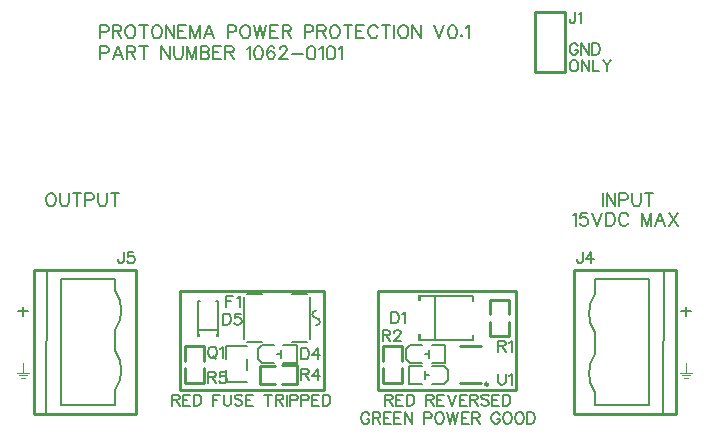
<source format=gto>
G04 Layer: TopSilkscreenLayer*
G04 Panelize: , Column: 2, Row: 2, Board Size: 58.42mm x 58.42mm, Panelized Board Size: 118.84mm x 118.84mm*
G04 EasyEDA v6.5.34, 2023-08-01 23:33:27*
G04 e813da22b39b4b048ad4b72b4fcfa076,5a6b42c53f6a479593ecc07194224c93,10*
G04 Gerber Generator version 0.2*
G04 Scale: 100 percent, Rotated: No, Reflected: No *
G04 Dimensions in millimeters *
G04 leading zeros omitted , absolute positions ,4 integer and 5 decimal *
%FSLAX45Y45*%
%MOMM*%

%ADD10C,0.1524*%
%ADD11C,0.2540*%
%ADD12C,0.1500*%
%ADD13C,0.1520*%
%ADD14C,0.1270*%
%ADD15C,0.0117*%

%LPD*%
G36*
X5723382Y2744978D02*
G01*
X5723382Y2657856D01*
X5670804Y2657856D01*
X5670804Y2649728D01*
X5784596Y2649728D01*
X5784596Y2657856D01*
X5732018Y2657856D01*
X5732018Y2744978D01*
G37*
G36*
X5690362Y2636266D02*
G01*
X5690362Y2628138D01*
X5765038Y2628138D01*
X5765038Y2636266D01*
G37*
G36*
X5708142Y2614422D02*
G01*
X5708142Y2606802D01*
X5747258Y2606802D01*
X5747258Y2614422D01*
G37*
G36*
X109982Y2744978D02*
G01*
X109982Y2657856D01*
X57404Y2657856D01*
X57404Y2649728D01*
X171196Y2649728D01*
X171196Y2657856D01*
X118618Y2657856D01*
X118618Y2744978D01*
G37*
G36*
X76962Y2636266D02*
G01*
X76962Y2628138D01*
X151638Y2628138D01*
X151638Y2636266D01*
G37*
G36*
X94742Y2614422D02*
G01*
X94742Y2606802D01*
X133858Y2606802D01*
X133858Y2614422D01*
G37*
D10*
X762000Y5423915D02*
G01*
X762000Y5314950D01*
X762000Y5423915D02*
G01*
X808736Y5423915D01*
X824229Y5418836D01*
X829563Y5413502D01*
X834644Y5403087D01*
X834644Y5387594D01*
X829563Y5377179D01*
X824229Y5372100D01*
X808736Y5366765D01*
X762000Y5366765D01*
X910589Y5423915D02*
G01*
X868934Y5314950D01*
X910589Y5423915D02*
G01*
X952245Y5314950D01*
X884681Y5351271D02*
G01*
X936497Y5351271D01*
X986536Y5423915D02*
G01*
X986536Y5314950D01*
X986536Y5423915D02*
G01*
X1033271Y5423915D01*
X1048765Y5418836D01*
X1054100Y5413502D01*
X1059179Y5403087D01*
X1059179Y5392673D01*
X1054100Y5382260D01*
X1048765Y5377179D01*
X1033271Y5372100D01*
X986536Y5372100D01*
X1022857Y5372100D02*
G01*
X1059179Y5314950D01*
X1129792Y5423915D02*
G01*
X1129792Y5314950D01*
X1093470Y5423915D02*
G01*
X1166113Y5423915D01*
X1280413Y5423915D02*
G01*
X1280413Y5314950D01*
X1280413Y5423915D02*
G01*
X1353312Y5314950D01*
X1353312Y5423915D02*
G01*
X1353312Y5314950D01*
X1387602Y5423915D02*
G01*
X1387602Y5345937D01*
X1392681Y5330444D01*
X1403095Y5320029D01*
X1418589Y5314950D01*
X1429004Y5314950D01*
X1444752Y5320029D01*
X1455165Y5330444D01*
X1460245Y5345937D01*
X1460245Y5423915D01*
X1494536Y5423915D02*
G01*
X1494536Y5314950D01*
X1494536Y5423915D02*
G01*
X1536192Y5314950D01*
X1577594Y5423915D02*
G01*
X1536192Y5314950D01*
X1577594Y5423915D02*
G01*
X1577594Y5314950D01*
X1611884Y5423915D02*
G01*
X1611884Y5314950D01*
X1611884Y5423915D02*
G01*
X1658620Y5423915D01*
X1674368Y5418836D01*
X1679447Y5413502D01*
X1684781Y5403087D01*
X1684781Y5392673D01*
X1679447Y5382260D01*
X1674368Y5377179D01*
X1658620Y5372100D01*
X1611884Y5372100D02*
G01*
X1658620Y5372100D01*
X1674368Y5366765D01*
X1679447Y5361686D01*
X1684781Y5351271D01*
X1684781Y5335523D01*
X1679447Y5325110D01*
X1674368Y5320029D01*
X1658620Y5314950D01*
X1611884Y5314950D01*
X1719071Y5423915D02*
G01*
X1719071Y5314950D01*
X1719071Y5423915D02*
G01*
X1786636Y5423915D01*
X1719071Y5372100D02*
G01*
X1760473Y5372100D01*
X1719071Y5314950D02*
G01*
X1786636Y5314950D01*
X1820926Y5423915D02*
G01*
X1820926Y5314950D01*
X1820926Y5423915D02*
G01*
X1867662Y5423915D01*
X1883155Y5418836D01*
X1888489Y5413502D01*
X1893570Y5403087D01*
X1893570Y5392673D01*
X1888489Y5382260D01*
X1883155Y5377179D01*
X1867662Y5372100D01*
X1820926Y5372100D01*
X1857247Y5372100D02*
G01*
X1893570Y5314950D01*
X2007870Y5403087D02*
G01*
X2018284Y5408421D01*
X2033777Y5423915D01*
X2033777Y5314950D01*
X2099309Y5423915D02*
G01*
X2083815Y5418836D01*
X2073402Y5403087D01*
X2068068Y5377179D01*
X2068068Y5361686D01*
X2073402Y5335523D01*
X2083815Y5320029D01*
X2099309Y5314950D01*
X2109724Y5314950D01*
X2125218Y5320029D01*
X2135631Y5335523D01*
X2140965Y5361686D01*
X2140965Y5377179D01*
X2135631Y5403087D01*
X2125218Y5418836D01*
X2109724Y5423915D01*
X2099309Y5423915D01*
X2237486Y5408421D02*
G01*
X2232406Y5418836D01*
X2216658Y5423915D01*
X2206243Y5423915D01*
X2190750Y5418836D01*
X2180336Y5403087D01*
X2175256Y5377179D01*
X2175256Y5351271D01*
X2180336Y5330444D01*
X2190750Y5320029D01*
X2206243Y5314950D01*
X2211577Y5314950D01*
X2227072Y5320029D01*
X2237486Y5330444D01*
X2242820Y5345937D01*
X2242820Y5351271D01*
X2237486Y5366765D01*
X2227072Y5377179D01*
X2211577Y5382260D01*
X2206243Y5382260D01*
X2190750Y5377179D01*
X2180336Y5366765D01*
X2175256Y5351271D01*
X2282190Y5398007D02*
G01*
X2282190Y5403087D01*
X2287270Y5413502D01*
X2292604Y5418836D01*
X2303018Y5423915D01*
X2323845Y5423915D01*
X2334259Y5418836D01*
X2339340Y5413502D01*
X2344420Y5403087D01*
X2344420Y5392673D01*
X2339340Y5382260D01*
X2328925Y5366765D01*
X2277109Y5314950D01*
X2349754Y5314950D01*
X2384043Y5361686D02*
G01*
X2477515Y5361686D01*
X2543047Y5423915D02*
G01*
X2527300Y5418836D01*
X2517140Y5403087D01*
X2511806Y5377179D01*
X2511806Y5361686D01*
X2517140Y5335523D01*
X2527300Y5320029D01*
X2543047Y5314950D01*
X2553461Y5314950D01*
X2568956Y5320029D01*
X2579370Y5335523D01*
X2584450Y5361686D01*
X2584450Y5377179D01*
X2579370Y5403087D01*
X2568956Y5418836D01*
X2553461Y5423915D01*
X2543047Y5423915D01*
X2618740Y5403087D02*
G01*
X2629154Y5408421D01*
X2644902Y5423915D01*
X2644902Y5314950D01*
X2710179Y5423915D02*
G01*
X2694686Y5418836D01*
X2684272Y5403087D01*
X2679191Y5377179D01*
X2679191Y5361686D01*
X2684272Y5335523D01*
X2694686Y5320029D01*
X2710179Y5314950D01*
X2720593Y5314950D01*
X2736341Y5320029D01*
X2746756Y5335523D01*
X2751836Y5361686D01*
X2751836Y5377179D01*
X2746756Y5403087D01*
X2736341Y5418836D01*
X2720593Y5423915D01*
X2710179Y5423915D01*
X2786125Y5403087D02*
G01*
X2796540Y5408421D01*
X2812034Y5423915D01*
X2812034Y5314950D01*
X762000Y5601715D02*
G01*
X762000Y5492750D01*
X762000Y5601715D02*
G01*
X808736Y5601715D01*
X824229Y5596636D01*
X829563Y5591302D01*
X834644Y5580887D01*
X834644Y5565394D01*
X829563Y5554979D01*
X824229Y5549900D01*
X808736Y5544565D01*
X762000Y5544565D01*
X868934Y5601715D02*
G01*
X868934Y5492750D01*
X868934Y5601715D02*
G01*
X915670Y5601715D01*
X931418Y5596636D01*
X936497Y5591302D01*
X941831Y5580887D01*
X941831Y5570473D01*
X936497Y5560060D01*
X931418Y5554979D01*
X915670Y5549900D01*
X868934Y5549900D01*
X905510Y5549900D02*
G01*
X941831Y5492750D01*
X1007110Y5601715D02*
G01*
X996950Y5596636D01*
X986536Y5586221D01*
X981202Y5575807D01*
X976121Y5560060D01*
X976121Y5534152D01*
X981202Y5518657D01*
X986536Y5508244D01*
X996950Y5497829D01*
X1007110Y5492750D01*
X1027937Y5492750D01*
X1038352Y5497829D01*
X1048765Y5508244D01*
X1054100Y5518657D01*
X1059179Y5534152D01*
X1059179Y5560060D01*
X1054100Y5575807D01*
X1048765Y5586221D01*
X1038352Y5596636D01*
X1027937Y5601715D01*
X1007110Y5601715D01*
X1129792Y5601715D02*
G01*
X1129792Y5492750D01*
X1093470Y5601715D02*
G01*
X1166113Y5601715D01*
X1231645Y5601715D02*
G01*
X1221231Y5596636D01*
X1210818Y5586221D01*
X1205737Y5575807D01*
X1200404Y5560060D01*
X1200404Y5534152D01*
X1205737Y5518657D01*
X1210818Y5508244D01*
X1221231Y5497829D01*
X1231645Y5492750D01*
X1252473Y5492750D01*
X1262887Y5497829D01*
X1273302Y5508244D01*
X1278381Y5518657D01*
X1283715Y5534152D01*
X1283715Y5560060D01*
X1278381Y5575807D01*
X1273302Y5586221D01*
X1262887Y5596636D01*
X1252473Y5601715D01*
X1231645Y5601715D01*
X1318005Y5601715D02*
G01*
X1318005Y5492750D01*
X1318005Y5601715D02*
G01*
X1390650Y5492750D01*
X1390650Y5601715D02*
G01*
X1390650Y5492750D01*
X1424939Y5601715D02*
G01*
X1424939Y5492750D01*
X1424939Y5601715D02*
G01*
X1492504Y5601715D01*
X1424939Y5549900D02*
G01*
X1466595Y5549900D01*
X1424939Y5492750D02*
G01*
X1492504Y5492750D01*
X1526794Y5601715D02*
G01*
X1526794Y5492750D01*
X1526794Y5601715D02*
G01*
X1568450Y5492750D01*
X1609852Y5601715D02*
G01*
X1568450Y5492750D01*
X1609852Y5601715D02*
G01*
X1609852Y5492750D01*
X1685797Y5601715D02*
G01*
X1644142Y5492750D01*
X1685797Y5601715D02*
G01*
X1727200Y5492750D01*
X1659889Y5529071D02*
G01*
X1711705Y5529071D01*
X1841500Y5601715D02*
G01*
X1841500Y5492750D01*
X1841500Y5601715D02*
G01*
X1888489Y5601715D01*
X1903984Y5596636D01*
X1909063Y5591302D01*
X1914397Y5580887D01*
X1914397Y5565394D01*
X1909063Y5554979D01*
X1903984Y5549900D01*
X1888489Y5544565D01*
X1841500Y5544565D01*
X1979929Y5601715D02*
G01*
X1969515Y5596636D01*
X1959102Y5586221D01*
X1953768Y5575807D01*
X1948688Y5560060D01*
X1948688Y5534152D01*
X1953768Y5518657D01*
X1959102Y5508244D01*
X1969515Y5497829D01*
X1979929Y5492750D01*
X2000504Y5492750D01*
X2010918Y5497829D01*
X2021331Y5508244D01*
X2026665Y5518657D01*
X2031745Y5534152D01*
X2031745Y5560060D01*
X2026665Y5575807D01*
X2021331Y5586221D01*
X2010918Y5596636D01*
X2000504Y5601715D01*
X1979929Y5601715D01*
X2066036Y5601715D02*
G01*
X2091943Y5492750D01*
X2118106Y5601715D02*
G01*
X2091943Y5492750D01*
X2118106Y5601715D02*
G01*
X2144013Y5492750D01*
X2169922Y5601715D02*
G01*
X2144013Y5492750D01*
X2204211Y5601715D02*
G01*
X2204211Y5492750D01*
X2204211Y5601715D02*
G01*
X2271775Y5601715D01*
X2204211Y5549900D02*
G01*
X2245868Y5549900D01*
X2204211Y5492750D02*
G01*
X2271775Y5492750D01*
X2306065Y5601715D02*
G01*
X2306065Y5492750D01*
X2306065Y5601715D02*
G01*
X2352802Y5601715D01*
X2368550Y5596636D01*
X2373629Y5591302D01*
X2378709Y5580887D01*
X2378709Y5570473D01*
X2373629Y5560060D01*
X2368550Y5554979D01*
X2352802Y5549900D01*
X2306065Y5549900D01*
X2342388Y5549900D02*
G01*
X2378709Y5492750D01*
X2493009Y5601715D02*
G01*
X2493009Y5492750D01*
X2493009Y5601715D02*
G01*
X2540000Y5601715D01*
X2555493Y5596636D01*
X2560574Y5591302D01*
X2565908Y5580887D01*
X2565908Y5565394D01*
X2560574Y5554979D01*
X2555493Y5549900D01*
X2540000Y5544565D01*
X2493009Y5544565D01*
X2600197Y5601715D02*
G01*
X2600197Y5492750D01*
X2600197Y5601715D02*
G01*
X2646934Y5601715D01*
X2662427Y5596636D01*
X2667761Y5591302D01*
X2672841Y5580887D01*
X2672841Y5570473D01*
X2667761Y5560060D01*
X2662427Y5554979D01*
X2646934Y5549900D01*
X2600197Y5549900D01*
X2636520Y5549900D02*
G01*
X2672841Y5492750D01*
X2738374Y5601715D02*
G01*
X2727959Y5596636D01*
X2717545Y5586221D01*
X2712465Y5575807D01*
X2707131Y5560060D01*
X2707131Y5534152D01*
X2712465Y5518657D01*
X2717545Y5508244D01*
X2727959Y5497829D01*
X2738374Y5492750D01*
X2759202Y5492750D01*
X2769615Y5497829D01*
X2780029Y5508244D01*
X2785109Y5518657D01*
X2790190Y5534152D01*
X2790190Y5560060D01*
X2785109Y5575807D01*
X2780029Y5586221D01*
X2769615Y5596636D01*
X2759202Y5601715D01*
X2738374Y5601715D01*
X2861056Y5601715D02*
G01*
X2861056Y5492750D01*
X2824479Y5601715D02*
G01*
X2897377Y5601715D01*
X2931668Y5601715D02*
G01*
X2931668Y5492750D01*
X2931668Y5601715D02*
G01*
X2999231Y5601715D01*
X2931668Y5549900D02*
G01*
X2973070Y5549900D01*
X2931668Y5492750D02*
G01*
X2999231Y5492750D01*
X3111500Y5575807D02*
G01*
X3106165Y5586221D01*
X3095752Y5596636D01*
X3085338Y5601715D01*
X3064509Y5601715D01*
X3054350Y5596636D01*
X3043936Y5586221D01*
X3038602Y5575807D01*
X3033522Y5560060D01*
X3033522Y5534152D01*
X3038602Y5518657D01*
X3043936Y5508244D01*
X3054350Y5497829D01*
X3064509Y5492750D01*
X3085338Y5492750D01*
X3095752Y5497829D01*
X3106165Y5508244D01*
X3111500Y5518657D01*
X3182111Y5601715D02*
G01*
X3182111Y5492750D01*
X3145790Y5601715D02*
G01*
X3218434Y5601715D01*
X3252724Y5601715D02*
G01*
X3252724Y5492750D01*
X3318256Y5601715D02*
G01*
X3307841Y5596636D01*
X3297427Y5586221D01*
X3292093Y5575807D01*
X3287013Y5560060D01*
X3287013Y5534152D01*
X3292093Y5518657D01*
X3297427Y5508244D01*
X3307841Y5497829D01*
X3318256Y5492750D01*
X3338829Y5492750D01*
X3349243Y5497829D01*
X3359658Y5508244D01*
X3364991Y5518657D01*
X3370072Y5534152D01*
X3370072Y5560060D01*
X3364991Y5575807D01*
X3359658Y5586221D01*
X3349243Y5596636D01*
X3338829Y5601715D01*
X3318256Y5601715D01*
X3404361Y5601715D02*
G01*
X3404361Y5492750D01*
X3404361Y5601715D02*
G01*
X3477259Y5492750D01*
X3477259Y5601715D02*
G01*
X3477259Y5492750D01*
X3591559Y5601715D02*
G01*
X3632961Y5492750D01*
X3674618Y5601715D02*
G01*
X3632961Y5492750D01*
X3740150Y5601715D02*
G01*
X3724402Y5596636D01*
X3713988Y5580887D01*
X3708908Y5554979D01*
X3708908Y5539486D01*
X3713988Y5513323D01*
X3724402Y5497829D01*
X3740150Y5492750D01*
X3750309Y5492750D01*
X3766058Y5497829D01*
X3776472Y5513323D01*
X3781552Y5539486D01*
X3781552Y5554979D01*
X3776472Y5580887D01*
X3766058Y5596636D01*
X3750309Y5601715D01*
X3740150Y5601715D01*
X3821175Y5518657D02*
G01*
X3815841Y5513323D01*
X3821175Y5508244D01*
X3826256Y5513323D01*
X3821175Y5518657D01*
X3860545Y5580887D02*
G01*
X3870959Y5586221D01*
X3886454Y5601715D01*
X3886454Y5492750D01*
X4782565Y5714237D02*
G01*
X4782565Y5641594D01*
X4777993Y5627878D01*
X4773422Y5623305D01*
X4764277Y5618734D01*
X4755388Y5618734D01*
X4746243Y5623305D01*
X4741672Y5627878D01*
X4737100Y5641594D01*
X4737100Y5650737D01*
X4812538Y5696204D02*
G01*
X4821681Y5700776D01*
X4835397Y5714237D01*
X4835397Y5618734D01*
X4805172Y5424931D02*
G01*
X4800854Y5434076D01*
X4791709Y5442965D01*
X4782565Y5447537D01*
X4764277Y5447537D01*
X4755388Y5442965D01*
X4746243Y5434076D01*
X4741672Y5424931D01*
X4737100Y5411215D01*
X4737100Y5388610D01*
X4741672Y5374894D01*
X4746243Y5365750D01*
X4755388Y5356605D01*
X4764277Y5352034D01*
X4782565Y5352034D01*
X4791709Y5356605D01*
X4800854Y5365750D01*
X4805172Y5374894D01*
X4805172Y5388610D01*
X4782565Y5388610D02*
G01*
X4805172Y5388610D01*
X4835397Y5447537D02*
G01*
X4835397Y5352034D01*
X4835397Y5447537D02*
G01*
X4898897Y5352034D01*
X4898897Y5447537D02*
G01*
X4898897Y5352034D01*
X4928870Y5447537D02*
G01*
X4928870Y5352034D01*
X4928870Y5447537D02*
G01*
X4960620Y5447537D01*
X4974336Y5442965D01*
X4983479Y5434076D01*
X4988052Y5424931D01*
X4992624Y5411215D01*
X4992624Y5388610D01*
X4988052Y5374894D01*
X4983479Y5365750D01*
X4974336Y5356605D01*
X4960620Y5352034D01*
X4928870Y5352034D01*
X4764277Y5307837D02*
G01*
X4755388Y5303265D01*
X4746243Y5294376D01*
X4741672Y5285231D01*
X4737100Y5271515D01*
X4737100Y5248910D01*
X4741672Y5235194D01*
X4746243Y5226050D01*
X4755388Y5216905D01*
X4764277Y5212334D01*
X4782565Y5212334D01*
X4791709Y5216905D01*
X4800854Y5226050D01*
X4805172Y5235194D01*
X4809743Y5248910D01*
X4809743Y5271515D01*
X4805172Y5285231D01*
X4800854Y5294376D01*
X4791709Y5303265D01*
X4782565Y5307837D01*
X4764277Y5307837D01*
X4839715Y5307837D02*
G01*
X4839715Y5212334D01*
X4839715Y5307837D02*
G01*
X4903470Y5212334D01*
X4903470Y5307837D02*
G01*
X4903470Y5212334D01*
X4933441Y5307837D02*
G01*
X4933441Y5212334D01*
X4933441Y5212334D02*
G01*
X4988052Y5212334D01*
X5018024Y5307837D02*
G01*
X5054345Y5262371D01*
X5054345Y5212334D01*
X5090668Y5307837D02*
G01*
X5054345Y5262371D01*
X1371566Y2474950D02*
G01*
X1371566Y2379446D01*
X1371566Y2474950D02*
G01*
X1412460Y2474950D01*
X1426176Y2470378D01*
X1430748Y2465806D01*
X1435320Y2456916D01*
X1435320Y2447772D01*
X1430748Y2438628D01*
X1426176Y2434056D01*
X1412460Y2429484D01*
X1371566Y2429484D01*
X1403316Y2429484D02*
G01*
X1435320Y2379446D01*
X1465292Y2474950D02*
G01*
X1465292Y2379446D01*
X1465292Y2474950D02*
G01*
X1524220Y2474950D01*
X1465292Y2429484D02*
G01*
X1501614Y2429484D01*
X1465292Y2379446D02*
G01*
X1524220Y2379446D01*
X1554192Y2474950D02*
G01*
X1554192Y2379446D01*
X1554192Y2474950D02*
G01*
X1586196Y2474950D01*
X1599658Y2470378D01*
X1608802Y2461488D01*
X1613374Y2452344D01*
X1617946Y2438628D01*
X1617946Y2416022D01*
X1613374Y2402306D01*
X1608802Y2393162D01*
X1599658Y2384018D01*
X1586196Y2379446D01*
X1554192Y2379446D01*
X1718022Y2474950D02*
G01*
X1718022Y2379446D01*
X1718022Y2474950D02*
G01*
X1776950Y2474950D01*
X1718022Y2429484D02*
G01*
X1754344Y2429484D01*
X1806922Y2474950D02*
G01*
X1806922Y2406878D01*
X1811494Y2393162D01*
X1820638Y2384018D01*
X1834354Y2379446D01*
X1843498Y2379446D01*
X1856960Y2384018D01*
X1866104Y2393162D01*
X1870676Y2406878D01*
X1870676Y2474950D01*
X1964402Y2461488D02*
G01*
X1955258Y2470378D01*
X1941542Y2474950D01*
X1923508Y2474950D01*
X1909792Y2470378D01*
X1900648Y2461488D01*
X1900648Y2452344D01*
X1905220Y2443200D01*
X1909792Y2438628D01*
X1918936Y2434056D01*
X1946114Y2424912D01*
X1955258Y2420594D01*
X1959830Y2416022D01*
X1964402Y2406878D01*
X1964402Y2393162D01*
X1955258Y2384018D01*
X1941542Y2379446D01*
X1923508Y2379446D01*
X1909792Y2384018D01*
X1900648Y2393162D01*
X1994374Y2474950D02*
G01*
X1994374Y2379446D01*
X1994374Y2474950D02*
G01*
X2053302Y2474950D01*
X1994374Y2429484D02*
G01*
X2030696Y2429484D01*
X1994374Y2379446D02*
G01*
X2053302Y2379446D01*
X2185128Y2474950D02*
G01*
X2185128Y2379446D01*
X2153378Y2474950D02*
G01*
X2217132Y2474950D01*
X2247104Y2474950D02*
G01*
X2247104Y2379446D01*
X2247104Y2474950D02*
G01*
X2287998Y2474950D01*
X2301460Y2470378D01*
X2306032Y2465806D01*
X2310604Y2456916D01*
X2310604Y2447772D01*
X2306032Y2438628D01*
X2301460Y2434056D01*
X2287998Y2429484D01*
X2247104Y2429484D01*
X2278854Y2429484D02*
G01*
X2310604Y2379446D01*
X2340576Y2474950D02*
G01*
X2340576Y2379446D01*
X2370548Y2474950D02*
G01*
X2370548Y2379446D01*
X2370548Y2474950D02*
G01*
X2411442Y2474950D01*
X2425158Y2470378D01*
X2429730Y2465806D01*
X2434302Y2456916D01*
X2434302Y2443200D01*
X2429730Y2434056D01*
X2425158Y2429484D01*
X2411442Y2424912D01*
X2370548Y2424912D01*
X2464274Y2474950D02*
G01*
X2464274Y2379446D01*
X2464274Y2474950D02*
G01*
X2505168Y2474950D01*
X2518884Y2470378D01*
X2523456Y2465806D01*
X2528028Y2456916D01*
X2528028Y2443200D01*
X2523456Y2434056D01*
X2518884Y2429484D01*
X2505168Y2424912D01*
X2464274Y2424912D01*
X2558000Y2474950D02*
G01*
X2558000Y2379446D01*
X2558000Y2474950D02*
G01*
X2616928Y2474950D01*
X2558000Y2429484D02*
G01*
X2594322Y2429484D01*
X2558000Y2379446D02*
G01*
X2616928Y2379446D01*
X2646900Y2474950D02*
G01*
X2646900Y2379446D01*
X2646900Y2474950D02*
G01*
X2678904Y2474950D01*
X2692366Y2470378D01*
X2701510Y2461488D01*
X2706082Y2452344D01*
X2710654Y2438628D01*
X2710654Y2416022D01*
X2706082Y2402306D01*
X2701510Y2393162D01*
X2692366Y2384018D01*
X2678904Y2379446D01*
X2646900Y2379446D01*
X3174966Y2474950D02*
G01*
X3174966Y2379446D01*
X3174966Y2474950D02*
G01*
X3215860Y2474950D01*
X3229576Y2470378D01*
X3234148Y2465806D01*
X3238720Y2456916D01*
X3238720Y2447772D01*
X3234148Y2438628D01*
X3229576Y2434056D01*
X3215860Y2429484D01*
X3174966Y2429484D01*
X3206716Y2429484D02*
G01*
X3238720Y2379446D01*
X3268692Y2474950D02*
G01*
X3268692Y2379446D01*
X3268692Y2474950D02*
G01*
X3327620Y2474950D01*
X3268692Y2429484D02*
G01*
X3305014Y2429484D01*
X3268692Y2379446D02*
G01*
X3327620Y2379446D01*
X3357592Y2474950D02*
G01*
X3357592Y2379446D01*
X3357592Y2474950D02*
G01*
X3389596Y2474950D01*
X3403058Y2470378D01*
X3412202Y2461488D01*
X3416774Y2452344D01*
X3421346Y2438628D01*
X3421346Y2416022D01*
X3416774Y2402306D01*
X3412202Y2393162D01*
X3403058Y2384018D01*
X3389596Y2379446D01*
X3357592Y2379446D01*
X3521422Y2474950D02*
G01*
X3521422Y2379446D01*
X3521422Y2474950D02*
G01*
X3562316Y2474950D01*
X3575778Y2470378D01*
X3580350Y2465806D01*
X3584922Y2456916D01*
X3584922Y2447772D01*
X3580350Y2438628D01*
X3575778Y2434056D01*
X3562316Y2429484D01*
X3521422Y2429484D01*
X3553172Y2429484D02*
G01*
X3584922Y2379446D01*
X3614894Y2474950D02*
G01*
X3614894Y2379446D01*
X3614894Y2474950D02*
G01*
X3674076Y2474950D01*
X3614894Y2429484D02*
G01*
X3651216Y2429484D01*
X3614894Y2379446D02*
G01*
X3674076Y2379446D01*
X3704048Y2474950D02*
G01*
X3740370Y2379446D01*
X3776692Y2474950D02*
G01*
X3740370Y2379446D01*
X3806664Y2474950D02*
G01*
X3806664Y2379446D01*
X3806664Y2474950D02*
G01*
X3865846Y2474950D01*
X3806664Y2429484D02*
G01*
X3843240Y2429484D01*
X3806664Y2379446D02*
G01*
X3865846Y2379446D01*
X3895818Y2474950D02*
G01*
X3895818Y2379446D01*
X3895818Y2474950D02*
G01*
X3936712Y2474950D01*
X3950428Y2470378D01*
X3955000Y2465806D01*
X3959572Y2456916D01*
X3959572Y2447772D01*
X3955000Y2438628D01*
X3950428Y2434056D01*
X3936712Y2429484D01*
X3895818Y2429484D01*
X3927568Y2429484D02*
G01*
X3959572Y2379446D01*
X4053044Y2461488D02*
G01*
X4044154Y2470378D01*
X4030438Y2474950D01*
X4012150Y2474950D01*
X3998688Y2470378D01*
X3989544Y2461488D01*
X3989544Y2452344D01*
X3994116Y2443200D01*
X3998688Y2438628D01*
X4007578Y2434056D01*
X4035010Y2424912D01*
X4044154Y2420594D01*
X4048726Y2416022D01*
X4053044Y2406878D01*
X4053044Y2393162D01*
X4044154Y2384018D01*
X4030438Y2379446D01*
X4012150Y2379446D01*
X3998688Y2384018D01*
X3989544Y2393162D01*
X4083270Y2474950D02*
G01*
X4083270Y2379446D01*
X4083270Y2474950D02*
G01*
X4142198Y2474950D01*
X4083270Y2429484D02*
G01*
X4119592Y2429484D01*
X4083270Y2379446D02*
G01*
X4142198Y2379446D01*
X4172170Y2474950D02*
G01*
X4172170Y2379446D01*
X4172170Y2474950D02*
G01*
X4204174Y2474950D01*
X4217636Y2470378D01*
X4226780Y2461488D01*
X4231352Y2452344D01*
X4235924Y2438628D01*
X4235924Y2416022D01*
X4231352Y2402306D01*
X4226780Y2393162D01*
X4217636Y2384018D01*
X4204174Y2379446D01*
X4172170Y2379446D01*
X3039899Y2300752D02*
G01*
X3035327Y2309642D01*
X3026437Y2318786D01*
X3017293Y2323358D01*
X2999005Y2323358D01*
X2989861Y2318786D01*
X2980971Y2309642D01*
X2976399Y2300752D01*
X2971827Y2287036D01*
X2971827Y2264430D01*
X2976399Y2250714D01*
X2980971Y2241570D01*
X2989861Y2232426D01*
X2999005Y2227854D01*
X3017293Y2227854D01*
X3026437Y2232426D01*
X3035327Y2241570D01*
X3039899Y2250714D01*
X3039899Y2264430D01*
X3017293Y2264430D02*
G01*
X3039899Y2264430D01*
X3069871Y2323358D02*
G01*
X3069871Y2227854D01*
X3069871Y2323358D02*
G01*
X3110765Y2323358D01*
X3124481Y2318786D01*
X3129053Y2314214D01*
X3133625Y2305324D01*
X3133625Y2296180D01*
X3129053Y2287036D01*
X3124481Y2282464D01*
X3110765Y2277892D01*
X3069871Y2277892D01*
X3101875Y2277892D02*
G01*
X3133625Y2227854D01*
X3163597Y2323358D02*
G01*
X3163597Y2227854D01*
X3163597Y2323358D02*
G01*
X3222779Y2323358D01*
X3163597Y2277892D02*
G01*
X3199919Y2277892D01*
X3163597Y2227854D02*
G01*
X3222779Y2227854D01*
X3252751Y2323358D02*
G01*
X3252751Y2227854D01*
X3252751Y2323358D02*
G01*
X3311679Y2323358D01*
X3252751Y2277892D02*
G01*
X3289073Y2277892D01*
X3252751Y2227854D02*
G01*
X3311679Y2227854D01*
X3341905Y2323358D02*
G01*
X3341905Y2227854D01*
X3341905Y2323358D02*
G01*
X3405405Y2227854D01*
X3405405Y2323358D02*
G01*
X3405405Y2227854D01*
X3505481Y2323358D02*
G01*
X3505481Y2227854D01*
X3505481Y2323358D02*
G01*
X3546375Y2323358D01*
X3560091Y2318786D01*
X3564409Y2314214D01*
X3568981Y2305324D01*
X3568981Y2291608D01*
X3564409Y2282464D01*
X3560091Y2277892D01*
X3546375Y2273320D01*
X3505481Y2273320D01*
X3626385Y2323358D02*
G01*
X3617241Y2318786D01*
X3608097Y2309642D01*
X3603525Y2300752D01*
X3598953Y2287036D01*
X3598953Y2264430D01*
X3603525Y2250714D01*
X3608097Y2241570D01*
X3617241Y2232426D01*
X3626385Y2227854D01*
X3644419Y2227854D01*
X3653563Y2232426D01*
X3662707Y2241570D01*
X3667279Y2250714D01*
X3671851Y2264430D01*
X3671851Y2287036D01*
X3667279Y2300752D01*
X3662707Y2309642D01*
X3653563Y2318786D01*
X3644419Y2323358D01*
X3626385Y2323358D01*
X3701823Y2323358D02*
G01*
X3724429Y2227854D01*
X3747289Y2323358D02*
G01*
X3724429Y2227854D01*
X3747289Y2323358D02*
G01*
X3769895Y2227854D01*
X3792755Y2323358D02*
G01*
X3769895Y2227854D01*
X3822727Y2323358D02*
G01*
X3822727Y2227854D01*
X3822727Y2323358D02*
G01*
X3881909Y2323358D01*
X3822727Y2277892D02*
G01*
X3859049Y2277892D01*
X3822727Y2227854D02*
G01*
X3881909Y2227854D01*
X3911881Y2323358D02*
G01*
X3911881Y2227854D01*
X3911881Y2323358D02*
G01*
X3952775Y2323358D01*
X3966237Y2318786D01*
X3970809Y2314214D01*
X3975381Y2305324D01*
X3975381Y2296180D01*
X3970809Y2287036D01*
X3966237Y2282464D01*
X3952775Y2277892D01*
X3911881Y2277892D01*
X3943631Y2277892D02*
G01*
X3975381Y2227854D01*
X4143529Y2300752D02*
G01*
X4138957Y2309642D01*
X4130067Y2318786D01*
X4120923Y2323358D01*
X4102635Y2323358D01*
X4093491Y2318786D01*
X4084601Y2309642D01*
X4080029Y2300752D01*
X4075457Y2287036D01*
X4075457Y2264430D01*
X4080029Y2250714D01*
X4084601Y2241570D01*
X4093491Y2232426D01*
X4102635Y2227854D01*
X4120923Y2227854D01*
X4130067Y2232426D01*
X4138957Y2241570D01*
X4143529Y2250714D01*
X4143529Y2264430D01*
X4120923Y2264430D02*
G01*
X4143529Y2264430D01*
X4200933Y2323358D02*
G01*
X4191789Y2318786D01*
X4182645Y2309642D01*
X4178073Y2300752D01*
X4173501Y2287036D01*
X4173501Y2264430D01*
X4178073Y2250714D01*
X4182645Y2241570D01*
X4191789Y2232426D01*
X4200933Y2227854D01*
X4218967Y2227854D01*
X4228111Y2232426D01*
X4237255Y2241570D01*
X4241827Y2250714D01*
X4246399Y2264430D01*
X4246399Y2287036D01*
X4241827Y2300752D01*
X4237255Y2309642D01*
X4228111Y2318786D01*
X4218967Y2323358D01*
X4200933Y2323358D01*
X4303549Y2323358D02*
G01*
X4294405Y2318786D01*
X4285515Y2309642D01*
X4280943Y2300752D01*
X4276371Y2287036D01*
X4276371Y2264430D01*
X4280943Y2250714D01*
X4285515Y2241570D01*
X4294405Y2232426D01*
X4303549Y2227854D01*
X4321837Y2227854D01*
X4330981Y2232426D01*
X4339871Y2241570D01*
X4344443Y2250714D01*
X4349015Y2264430D01*
X4349015Y2287036D01*
X4344443Y2300752D01*
X4339871Y2309642D01*
X4330981Y2318786D01*
X4321837Y2323358D01*
X4303549Y2323358D01*
X4378987Y2323358D02*
G01*
X4378987Y2227854D01*
X4378987Y2323358D02*
G01*
X4410991Y2323358D01*
X4424453Y2318786D01*
X4433597Y2309642D01*
X4438169Y2300752D01*
X4442741Y2287036D01*
X4442741Y2264430D01*
X4438169Y2250714D01*
X4433597Y2241570D01*
X4424453Y2232426D01*
X4410991Y2227854D01*
X4378987Y2227854D01*
X5724885Y3138408D02*
G01*
X5724885Y3220450D01*
X5765774Y3179302D02*
G01*
X5683986Y3179302D01*
X111480Y3138401D02*
G01*
X111480Y3220443D01*
X152369Y3179295D02*
G01*
X70581Y3179295D01*
X5016497Y4179315D02*
G01*
X5016497Y4070350D01*
X5050787Y4179315D02*
G01*
X5050787Y4070350D01*
X5050787Y4179315D02*
G01*
X5123431Y4070350D01*
X5123431Y4179315D02*
G01*
X5123431Y4070350D01*
X5157721Y4179315D02*
G01*
X5157721Y4070350D01*
X5157721Y4179315D02*
G01*
X5204457Y4179315D01*
X5220205Y4174236D01*
X5225285Y4168902D01*
X5230619Y4158487D01*
X5230619Y4142994D01*
X5225285Y4132579D01*
X5220205Y4127500D01*
X5204457Y4122165D01*
X5157721Y4122165D01*
X5264909Y4179315D02*
G01*
X5264909Y4101337D01*
X5269989Y4085844D01*
X5280403Y4075429D01*
X5295897Y4070350D01*
X5306311Y4070350D01*
X5322059Y4075429D01*
X5332473Y4085844D01*
X5337553Y4101337D01*
X5337553Y4179315D01*
X5408165Y4179315D02*
G01*
X5408165Y4070350D01*
X5371843Y4179315D02*
G01*
X5444487Y4179315D01*
X4762500Y3993387D02*
G01*
X4772913Y3998721D01*
X4788408Y4014215D01*
X4788408Y3905250D01*
X4885181Y4014215D02*
G01*
X4833111Y4014215D01*
X4828031Y3967479D01*
X4833111Y3972560D01*
X4848859Y3977894D01*
X4864354Y3977894D01*
X4879847Y3972560D01*
X4890261Y3962400D01*
X4895595Y3946652D01*
X4895595Y3936237D01*
X4890261Y3920744D01*
X4879847Y3910329D01*
X4864354Y3905250D01*
X4848859Y3905250D01*
X4833111Y3910329D01*
X4828031Y3915410D01*
X4822697Y3925823D01*
X4929886Y4014215D02*
G01*
X4971288Y3905250D01*
X5012943Y4014215D02*
G01*
X4971288Y3905250D01*
X5047234Y4014215D02*
G01*
X5047234Y3905250D01*
X5047234Y4014215D02*
G01*
X5083556Y4014215D01*
X5099050Y4009136D01*
X5109463Y3998721D01*
X5114797Y3988307D01*
X5119877Y3972560D01*
X5119877Y3946652D01*
X5114797Y3931157D01*
X5109463Y3920744D01*
X5099050Y3910329D01*
X5083556Y3905250D01*
X5047234Y3905250D01*
X5232145Y3988307D02*
G01*
X5227065Y3998721D01*
X5216652Y4009136D01*
X5206238Y4014215D01*
X5185409Y4014215D01*
X5174995Y4009136D01*
X5164581Y3998721D01*
X5159502Y3988307D01*
X5154168Y3972560D01*
X5154168Y3946652D01*
X5159502Y3931157D01*
X5164581Y3920744D01*
X5174995Y3910329D01*
X5185409Y3905250D01*
X5206238Y3905250D01*
X5216652Y3910329D01*
X5227065Y3920744D01*
X5232145Y3931157D01*
X5346445Y4014215D02*
G01*
X5346445Y3905250D01*
X5346445Y4014215D02*
G01*
X5388102Y3905250D01*
X5429504Y4014215D02*
G01*
X5388102Y3905250D01*
X5429504Y4014215D02*
G01*
X5429504Y3905250D01*
X5505450Y4014215D02*
G01*
X5463793Y3905250D01*
X5505450Y4014215D02*
G01*
X5547106Y3905250D01*
X5479541Y3941571D02*
G01*
X5531358Y3941571D01*
X5581395Y4014215D02*
G01*
X5654040Y3905250D01*
X5654040Y4014215D02*
G01*
X5581395Y3905250D01*
X336042Y4179315D02*
G01*
X325628Y4174236D01*
X315213Y4163821D01*
X309879Y4153407D01*
X304800Y4137660D01*
X304800Y4111752D01*
X309879Y4096257D01*
X315213Y4085844D01*
X325628Y4075429D01*
X336042Y4070350D01*
X356870Y4070350D01*
X367029Y4075429D01*
X377444Y4085844D01*
X382778Y4096257D01*
X387857Y4111752D01*
X387857Y4137660D01*
X382778Y4153407D01*
X377444Y4163821D01*
X367029Y4174236D01*
X356870Y4179315D01*
X336042Y4179315D01*
X422147Y4179315D02*
G01*
X422147Y4101337D01*
X427481Y4085844D01*
X437895Y4075429D01*
X453389Y4070350D01*
X463804Y4070350D01*
X479297Y4075429D01*
X489712Y4085844D01*
X495045Y4101337D01*
X495045Y4179315D01*
X565657Y4179315D02*
G01*
X565657Y4070350D01*
X529336Y4179315D02*
G01*
X601979Y4179315D01*
X636270Y4179315D02*
G01*
X636270Y4070350D01*
X636270Y4179315D02*
G01*
X683005Y4179315D01*
X698500Y4174236D01*
X703834Y4168902D01*
X708913Y4158487D01*
X708913Y4142994D01*
X703834Y4132579D01*
X698500Y4127500D01*
X683005Y4122165D01*
X636270Y4122165D01*
X743204Y4179315D02*
G01*
X743204Y4101337D01*
X748537Y4085844D01*
X758952Y4075429D01*
X774445Y4070350D01*
X784860Y4070350D01*
X800354Y4075429D01*
X810768Y4085844D01*
X816102Y4101337D01*
X816102Y4179315D01*
X886713Y4179315D02*
G01*
X886713Y4070350D01*
X850392Y4179315D02*
G01*
X923036Y4179315D01*
X3153519Y3021012D02*
G01*
X3153519Y2925762D01*
X3153519Y3021012D02*
G01*
X3194413Y3021012D01*
X3207875Y3016440D01*
X3212447Y3012122D01*
X3217019Y3002978D01*
X3217019Y2993834D01*
X3212447Y2984690D01*
X3207875Y2980118D01*
X3194413Y2975546D01*
X3153519Y2975546D01*
X3185269Y2975546D02*
G01*
X3217019Y2925762D01*
X3251563Y2998406D02*
G01*
X3251563Y3002978D01*
X3256135Y3012122D01*
X3260707Y3016440D01*
X3269851Y3021012D01*
X3287885Y3021012D01*
X3297029Y3016440D01*
X3301601Y3012122D01*
X3306173Y3002978D01*
X3306173Y2993834D01*
X3301601Y2984690D01*
X3292457Y2971228D01*
X3246991Y2925762D01*
X3310745Y2925762D01*
X4131360Y2932127D02*
G01*
X4131360Y2836623D01*
X4131360Y2932127D02*
G01*
X4172254Y2932127D01*
X4185970Y2927555D01*
X4190542Y2923237D01*
X4195114Y2914093D01*
X4195114Y2904949D01*
X4190542Y2895805D01*
X4185970Y2891233D01*
X4172254Y2886661D01*
X4131360Y2886661D01*
X4163110Y2886661D02*
G01*
X4195114Y2836623D01*
X4225086Y2914093D02*
G01*
X4233976Y2918665D01*
X4247692Y2932127D01*
X4247692Y2836623D01*
X3225690Y3174182D02*
G01*
X3225690Y3078932D01*
X3225690Y3174182D02*
G01*
X3257694Y3174182D01*
X3271156Y3169864D01*
X3280300Y3160720D01*
X3284872Y3151576D01*
X3289444Y3137860D01*
X3289444Y3115254D01*
X3284872Y3101538D01*
X3280300Y3092394D01*
X3271156Y3083504D01*
X3257694Y3078932D01*
X3225690Y3078932D01*
X3319416Y3156148D02*
G01*
X3328560Y3160720D01*
X3342276Y3174182D01*
X3342276Y3078932D01*
X4131444Y2652707D02*
G01*
X4131444Y2584635D01*
X4136016Y2570919D01*
X4144906Y2561775D01*
X4158622Y2557457D01*
X4167766Y2557457D01*
X4181482Y2561775D01*
X4190372Y2570919D01*
X4194944Y2584635D01*
X4194944Y2652707D01*
X4224916Y2634673D02*
G01*
X4234060Y2639245D01*
X4247776Y2652707D01*
X4247776Y2557457D01*
X2463794Y2869432D02*
G01*
X2463794Y2773928D01*
X2463794Y2869432D02*
G01*
X2495544Y2869432D01*
X2509260Y2864860D01*
X2518404Y2855970D01*
X2522976Y2846826D01*
X2527548Y2833110D01*
X2527548Y2810504D01*
X2522976Y2796788D01*
X2518404Y2787644D01*
X2509260Y2778500D01*
X2495544Y2773928D01*
X2463794Y2773928D01*
X2602986Y2869432D02*
G01*
X2557520Y2805932D01*
X2625592Y2805932D01*
X2602986Y2869432D02*
G01*
X2602986Y2773928D01*
X2463794Y2691632D02*
G01*
X2463794Y2596128D01*
X2463794Y2691632D02*
G01*
X2504688Y2691632D01*
X2518404Y2687060D01*
X2522976Y2682488D01*
X2527548Y2673598D01*
X2527548Y2664454D01*
X2522976Y2655310D01*
X2518404Y2650738D01*
X2504688Y2646166D01*
X2463794Y2646166D01*
X2495544Y2646166D02*
G01*
X2527548Y2596128D01*
X2602986Y2691632D02*
G01*
X2557520Y2628132D01*
X2625592Y2628132D01*
X2602986Y2691632D02*
G01*
X2602986Y2596128D01*
X1676394Y2666232D02*
G01*
X1676394Y2570728D01*
X1676394Y2666232D02*
G01*
X1717288Y2666232D01*
X1731004Y2661660D01*
X1735576Y2657088D01*
X1740148Y2648198D01*
X1740148Y2639054D01*
X1735576Y2629910D01*
X1731004Y2625338D01*
X1717288Y2620766D01*
X1676394Y2620766D01*
X1708144Y2620766D02*
G01*
X1740148Y2570728D01*
X1824476Y2666232D02*
G01*
X1779010Y2666232D01*
X1774692Y2625338D01*
X1779010Y2629910D01*
X1792726Y2634482D01*
X1806442Y2634482D01*
X1819904Y2629910D01*
X1829048Y2620766D01*
X1833620Y2607304D01*
X1833620Y2598160D01*
X1829048Y2584444D01*
X1819904Y2575300D01*
X1806442Y2570728D01*
X1792726Y2570728D01*
X1779010Y2575300D01*
X1774692Y2579872D01*
X1770120Y2589016D01*
X1803389Y3160763D02*
G01*
X1803389Y3065259D01*
X1803389Y3160763D02*
G01*
X1835139Y3160763D01*
X1848855Y3156191D01*
X1857999Y3147301D01*
X1862571Y3138157D01*
X1867143Y3124441D01*
X1867143Y3101835D01*
X1862571Y3088119D01*
X1857999Y3078975D01*
X1848855Y3069831D01*
X1835139Y3065259D01*
X1803389Y3065259D01*
X1951471Y3160763D02*
G01*
X1906005Y3160763D01*
X1901687Y3119869D01*
X1906005Y3124441D01*
X1919721Y3129013D01*
X1933437Y3129013D01*
X1946899Y3124441D01*
X1956043Y3115297D01*
X1960615Y3101835D01*
X1960615Y3092691D01*
X1956043Y3078975D01*
X1946899Y3069831D01*
X1933437Y3065259D01*
X1919721Y3065259D01*
X1906005Y3069831D01*
X1901687Y3074403D01*
X1897115Y3083547D01*
X1703560Y2881358D02*
G01*
X1694670Y2876786D01*
X1685526Y2867896D01*
X1680954Y2858752D01*
X1676382Y2845036D01*
X1676382Y2822430D01*
X1680954Y2808714D01*
X1685526Y2799570D01*
X1694670Y2790426D01*
X1703560Y2785854D01*
X1721848Y2785854D01*
X1730992Y2790426D01*
X1740136Y2799570D01*
X1744454Y2808714D01*
X1749026Y2822430D01*
X1749026Y2845036D01*
X1744454Y2858752D01*
X1740136Y2867896D01*
X1730992Y2876786D01*
X1721848Y2881358D01*
X1703560Y2881358D01*
X1717276Y2804142D02*
G01*
X1744454Y2776964D01*
X1778998Y2863324D02*
G01*
X1788142Y2867896D01*
X1801858Y2881358D01*
X1801858Y2785854D01*
X1831350Y3308583D02*
G01*
X1831350Y3213079D01*
X1831350Y3308583D02*
G01*
X1890532Y3308583D01*
X1831350Y3263117D02*
G01*
X1867672Y3263117D01*
X1920504Y3290549D02*
G01*
X1929648Y3295121D01*
X1943110Y3308583D01*
X1943110Y3213079D01*
X4846048Y3682222D02*
G01*
X4846048Y3609578D01*
X4841473Y3595862D01*
X4836901Y3591290D01*
X4827765Y3586718D01*
X4818867Y3586718D01*
X4809723Y3591290D01*
X4805151Y3595862D01*
X4800582Y3609578D01*
X4800582Y3618722D01*
X4921483Y3682222D02*
G01*
X4876017Y3618722D01*
X4944089Y3618722D01*
X4921483Y3682222D02*
G01*
X4921483Y3586718D01*
X959860Y3682232D02*
G01*
X959860Y3609588D01*
X955288Y3595872D01*
X950716Y3591300D01*
X941572Y3586728D01*
X932682Y3586728D01*
X923538Y3591300D01*
X918966Y3595872D01*
X914394Y3609588D01*
X914394Y3618732D01*
X1044442Y3682232D02*
G01*
X998976Y3682232D01*
X994404Y3641338D01*
X998976Y3645910D01*
X1012692Y3650482D01*
X1026154Y3650482D01*
X1039870Y3645910D01*
X1049014Y3636766D01*
X1053586Y3623304D01*
X1053586Y3614160D01*
X1049014Y3600444D01*
X1039870Y3591300D01*
X1026154Y3586728D01*
X1012692Y3586728D01*
X998976Y3591300D01*
X994404Y3595872D01*
X989832Y3605016D01*
G36*
X3450234Y3318662D02*
G01*
X3450691Y3263442D01*
X3480714Y3263442D01*
X3480714Y3318662D01*
G37*
G36*
X3450691Y2983433D02*
G01*
X3450234Y2928162D01*
X3480714Y2928162D01*
X3480714Y2983433D01*
G37*
G36*
X1582166Y2990443D02*
G01*
X1582166Y2959963D01*
X1611680Y2959963D01*
X1611680Y2990443D01*
G37*
G36*
X1741119Y2990443D02*
G01*
X1741119Y2959963D01*
X1770634Y2959963D01*
X1770634Y2990443D01*
G37*
D11*
X3319012Y2574665D02*
G01*
X3159008Y2574665D01*
X3318502Y2884723D02*
G01*
X3158497Y2884723D01*
X3159008Y2699661D02*
G01*
X3159008Y2574665D01*
X3319012Y2699661D02*
G01*
X3319012Y2574665D01*
X3158497Y2759720D02*
G01*
X3158497Y2884723D01*
X3318502Y2759720D02*
G01*
X3318502Y2884723D01*
D12*
X3547592Y2819618D02*
G01*
X3513592Y2819618D01*
X3355586Y2784391D02*
G01*
X3355586Y2774388D01*
X3385581Y2744386D01*
X3570587Y2894393D02*
G01*
X3685588Y2894393D01*
X3570587Y2744386D02*
G01*
X3685588Y2744386D01*
X3490587Y2894393D02*
G01*
X3385581Y2894393D01*
X3490587Y2744386D02*
G01*
X3385581Y2744386D01*
X3685588Y2894380D02*
G01*
X3685588Y2746390D01*
X3355586Y2854383D02*
G01*
X3355586Y2784391D01*
X3355586Y2854383D02*
G01*
X3355586Y2864398D01*
X3385581Y2894393D01*
X3547592Y2854391D02*
G01*
X3547592Y2786392D01*
D11*
X4220712Y2968365D02*
G01*
X4060708Y2968365D01*
X4220202Y3278423D02*
G01*
X4060197Y3278423D01*
X4060708Y3093361D02*
G01*
X4060708Y2968365D01*
X4220712Y3093361D02*
G01*
X4220712Y2968365D01*
X4060197Y3153420D02*
G01*
X4060197Y3278423D01*
X4220202Y3153420D02*
G01*
X4220202Y3278423D01*
D13*
X3918320Y2978414D02*
G01*
X3918320Y2935805D01*
X3918320Y3311050D02*
G01*
X3918320Y3268441D01*
D10*
X3593457Y3310381D02*
G01*
X3593457Y2935137D01*
X3473079Y3311050D02*
G01*
X3918320Y3311050D01*
X3473079Y2935805D02*
G01*
X3918320Y2935805D01*
D11*
X3808902Y2889750D02*
G01*
X3988902Y2889750D01*
X3808902Y2569751D02*
G01*
X3988902Y2569751D01*
D12*
X2290300Y2818851D02*
G01*
X2256299Y2818851D01*
X2098293Y2783624D02*
G01*
X2098293Y2773621D01*
X2128288Y2743619D01*
X2313294Y2893626D02*
G01*
X2428295Y2893626D01*
X2313294Y2743619D02*
G01*
X2428295Y2743619D01*
X2233295Y2893626D02*
G01*
X2128288Y2893626D01*
X2233295Y2743619D02*
G01*
X2128288Y2743619D01*
X2428295Y2893613D02*
G01*
X2428295Y2745623D01*
X2098293Y2853616D02*
G01*
X2098293Y2783624D01*
X2098293Y2853616D02*
G01*
X2098293Y2863631D01*
X2128288Y2893626D01*
X2290300Y2853623D02*
G01*
X2290300Y2785625D01*
D11*
X2428361Y2721340D02*
G01*
X2428361Y2561336D01*
X2118304Y2720830D02*
G01*
X2118304Y2560825D01*
X2303365Y2561336D02*
G01*
X2428361Y2561336D01*
X2303365Y2721340D02*
G01*
X2428361Y2721340D01*
X2243307Y2560825D02*
G01*
X2118304Y2560825D01*
X2243307Y2720830D02*
G01*
X2118304Y2720830D01*
X1481587Y2884789D02*
G01*
X1641591Y2884789D01*
X1482097Y2574731D02*
G01*
X1642102Y2574731D01*
X1641591Y2759793D02*
G01*
X1641591Y2884789D01*
X1481587Y2759793D02*
G01*
X1481587Y2884789D01*
X1642102Y2699735D02*
G01*
X1642102Y2574731D01*
X1482097Y2699735D02*
G01*
X1482097Y2574731D01*
D10*
X1589780Y2982805D02*
G01*
X1589780Y3264044D01*
X1589780Y3264044D02*
G01*
X1606580Y3264044D01*
X1763019Y2982805D02*
G01*
X1763019Y3264044D01*
X1763019Y3264044D02*
G01*
X1746219Y3264044D01*
X1589780Y3018495D02*
G01*
X1763019Y3018495D01*
X2003569Y2882348D02*
G01*
X1831830Y2882348D01*
X1831830Y2779186D01*
X2003569Y2577106D02*
G01*
X1831830Y2577106D01*
X1831830Y2680268D01*
X2003569Y2775267D02*
G01*
X2003569Y2684188D01*
D13*
X2540000Y2943651D02*
G01*
X2540000Y3299251D01*
X1981200Y2945627D02*
G01*
X1981200Y3301227D01*
D10*
X2387600Y3326627D02*
G01*
X2514600Y3326627D01*
X2133600Y3326627D02*
G01*
X2006600Y3326627D01*
X2514600Y2920227D02*
G01*
X2384094Y2920227D01*
X2006600Y2920227D02*
G01*
X2133600Y2920227D01*
D12*
X3513592Y2641371D02*
G01*
X3547592Y2641371D01*
X3705598Y2676598D02*
G01*
X3705598Y2686601D01*
X3675603Y2716603D01*
X3490597Y2566596D02*
G01*
X3375596Y2566596D01*
X3490597Y2716603D02*
G01*
X3375596Y2716603D01*
X3570597Y2566596D02*
G01*
X3675603Y2566596D01*
X3570597Y2716603D02*
G01*
X3675603Y2716603D01*
X3375596Y2566609D02*
G01*
X3375596Y2714599D01*
X3705598Y2606606D02*
G01*
X3705598Y2676598D01*
X3705598Y2606606D02*
G01*
X3705598Y2596591D01*
X3675603Y2566596D01*
X3513592Y2606598D02*
G01*
X3513592Y2674597D01*
D14*
X5526206Y2313002D02*
G01*
X5536201Y3529004D01*
X4953005Y2819405D02*
G01*
X4953005Y2997205D01*
X4953005Y3327405D02*
G01*
X4953005Y3454405D01*
X4953005Y2489205D02*
G01*
X4953005Y2387605D01*
X5410205Y2387605D01*
X5410205Y3454405D01*
X4953005Y3454405D01*
D11*
X4776198Y2313002D02*
G01*
X4776198Y3529004D01*
X5636191Y3529004D01*
X5636191Y2313002D01*
X4776198Y2313002D01*
D14*
X315793Y3528997D02*
G01*
X305798Y2312995D01*
X888994Y3022594D02*
G01*
X888994Y2844794D01*
X888994Y2514594D02*
G01*
X888994Y2387594D01*
X888994Y3352794D02*
G01*
X888994Y3454394D01*
X431794Y3454394D01*
X431794Y2387594D01*
X888994Y2387594D01*
D11*
X1065801Y3528997D02*
G01*
X1065801Y2312995D01*
X205808Y2312995D01*
X205808Y3528997D01*
X1065801Y3528997D01*
D13*
G75*
G01*
X2590800Y3123428D02*
G02*
X2590800Y3186928I0J31750D01*
G75*
G01*
X2590800Y3123428D02*
G02*
X2590800Y3059928I0J-31750D01*
D14*
G75*
G01*
X4953005Y2997205D02*
G02*
X4953005Y3327405I233399J165100D01*
G75*
G01*
X4953005Y2489205D02*
G02*
X4953005Y2819405I233399J165100D01*
G75*
G01*
X888995Y2844795D02*
G02*
X888995Y2514595I-233399J-165100D01*
G75*
G01*
X888995Y3352795D02*
G02*
X888995Y3022595I-233399J-165100D01*
D11*
G75*
G01
X4046601Y2561742D02*
G03X4046601Y2561742I-12700J0D01*
X4445000Y5715000D02*
G01*
X4699000Y5715000D01*
X4699000Y5207000D01*
X4445000Y5207000D01*
X4445000Y5715000D01*
X1435100Y3352037D02*
G01*
X2654300Y3352037D01*
X2654300Y2513837D01*
X1435100Y2513837D01*
X1435100Y3352037D01*
X3111500Y3352037D02*
G01*
X4283075Y3352037D01*
X4283075Y2513837D01*
X3111500Y2513837D01*
X3111500Y3352037D01*
M02*

</source>
